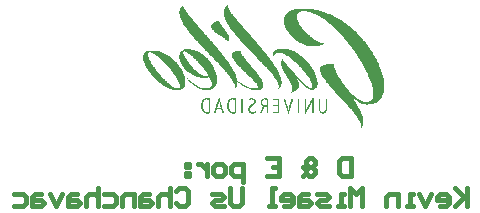
<source format=gbo>
G04*
G04 #@! TF.GenerationSoftware,Altium Limited,Altium Designer,25.5.2 (35)*
G04*
G04 Layer_Color=32896*
%FSLAX44Y44*%
%MOMM*%
G71*
G04*
G04 #@! TF.SameCoordinates,227BAF76-4A0D-4DC8-B4C5-2559F8F0295E*
G04*
G04*
G04 #@! TF.FilePolarity,Positive*
G04*
G01*
G75*
%ADD19C,0.3810*%
G36*
X554999Y714507D02*
X555386D01*
Y713733D01*
X555773D01*
Y712959D01*
X556160D01*
Y712572D01*
X556547D01*
Y712186D01*
X556934D01*
Y711412D01*
X557320D01*
Y711025D01*
X557707D01*
Y710252D01*
X558094D01*
Y709865D01*
X558481D01*
Y709478D01*
X558868D01*
Y708704D01*
X559254D01*
Y708317D01*
X559641D01*
Y707931D01*
X560028D01*
Y707157D01*
X560415D01*
Y706770D01*
X560802D01*
Y706383D01*
X561189D01*
Y705610D01*
X561575D01*
Y704836D01*
X561962D01*
Y704449D01*
X562349D01*
Y703676D01*
X562736D01*
Y702902D01*
X563123D01*
Y701741D01*
X563509D01*
Y698647D01*
X563123D01*
Y698260D01*
X562736D01*
Y697873D01*
X561962D01*
Y698647D01*
X561575D01*
Y699034D01*
X561189D01*
Y699420D01*
X560415D01*
Y699807D01*
X560028D01*
Y700194D01*
X559641D01*
Y700581D01*
X558868D01*
Y700968D01*
X558481D01*
Y701355D01*
X557707D01*
Y701741D01*
X557320D01*
Y702128D01*
X556547D01*
Y702515D01*
X555773D01*
Y702902D01*
X555386D01*
Y703289D01*
X554613D01*
Y703676D01*
X554226D01*
Y704062D01*
X553452D01*
Y704449D01*
X553065D01*
Y704836D01*
X552292D01*
Y705223D01*
X551905D01*
Y705610D01*
X551518D01*
Y705996D01*
X551131D01*
Y706383D01*
X550744D01*
Y706770D01*
X550357D01*
Y707157D01*
X549971D01*
Y707544D01*
X549584D01*
Y707931D01*
X549197D01*
Y708317D01*
X548810D01*
Y709091D01*
X548423D01*
Y709865D01*
X548036D01*
Y711412D01*
X548423D01*
Y712186D01*
X548810D01*
Y712572D01*
X549197D01*
Y712959D01*
X549584D01*
Y713346D01*
X549971D01*
Y713733D01*
X550744D01*
Y714120D01*
X551131D01*
Y714507D01*
X552292D01*
Y714893D01*
X553452D01*
Y715280D01*
X554613D01*
Y715667D01*
X554999D01*
Y714507D01*
D02*
G37*
G36*
X612249Y691297D02*
X614184D01*
Y690910D01*
X615344D01*
Y690524D01*
X616505D01*
Y690137D01*
X617278D01*
Y689750D01*
X618439D01*
Y689363D01*
X619212D01*
Y688976D01*
X619986D01*
Y688589D01*
X620373D01*
Y688203D01*
X621147D01*
Y687816D01*
X621920D01*
Y687429D01*
X622307D01*
Y687042D01*
X623081D01*
Y686655D01*
X623467D01*
Y686268D01*
X623854D01*
Y685882D01*
X624241D01*
Y685495D01*
X624628D01*
Y685108D01*
X625402D01*
Y684721D01*
X625788D01*
Y684334D01*
X626175D01*
Y683947D01*
X626562D01*
Y683561D01*
X626949D01*
Y683174D01*
X627336D01*
Y682787D01*
X627723D01*
Y682400D01*
X628109D01*
Y682013D01*
X628496D01*
Y681627D01*
X628883D01*
Y681240D01*
X629270D01*
Y680853D01*
X629657D01*
Y680466D01*
X630043D01*
Y680079D01*
X630430D01*
Y679305D01*
X630817D01*
Y678919D01*
X631204D01*
Y678532D01*
X631591D01*
Y678145D01*
X631978D01*
Y677371D01*
X632365D01*
Y676985D01*
X632751D01*
Y676211D01*
X633138D01*
Y675824D01*
X633525D01*
Y675050D01*
X633912D01*
Y674664D01*
X634299D01*
Y673890D01*
X634685D01*
Y673503D01*
X635072D01*
Y672343D01*
X635459D01*
Y671956D01*
X635846D01*
Y671182D01*
X636233D01*
Y670408D01*
X636620D01*
Y669248D01*
X637006D01*
Y668088D01*
X637393D01*
Y667314D01*
X637780D01*
Y666153D01*
X638167D01*
Y663832D01*
X638554D01*
Y660738D01*
X638167D01*
Y659191D01*
X637780D01*
Y658804D01*
X637393D01*
Y658417D01*
X637006D01*
Y658030D01*
X636620D01*
Y657643D01*
X636233D01*
Y657256D01*
X635459D01*
Y656870D01*
X632365D01*
Y657256D01*
X631204D01*
Y657643D01*
X630430D01*
Y658030D01*
X629657D01*
Y658417D01*
X629270D01*
Y658804D01*
X628883D01*
Y659191D01*
X628109D01*
Y659577D01*
X627723D01*
Y659964D01*
X627336D01*
Y660351D01*
X626949D01*
Y660738D01*
X626562D01*
Y661125D01*
X626175D01*
Y661512D01*
X625788D01*
Y661898D01*
X625015D01*
Y662285D01*
X624628D01*
Y663059D01*
X624241D01*
Y663446D01*
X623854D01*
Y663832D01*
X623467D01*
Y664219D01*
X623081D01*
Y664606D01*
X622694D01*
Y664993D01*
X622307D01*
Y665380D01*
X621920D01*
Y665767D01*
X621533D01*
Y666153D01*
X621147D01*
Y666540D01*
X620760D01*
Y665767D01*
X621147D01*
Y664993D01*
X621533D01*
Y664219D01*
X621920D01*
Y663446D01*
X622307D01*
Y662285D01*
X622694D01*
Y659577D01*
X622307D01*
Y658804D01*
X621920D01*
Y658030D01*
X621533D01*
Y657643D01*
X621147D01*
Y657256D01*
X620760D01*
Y656870D01*
X620373D01*
Y656483D01*
X619986D01*
Y656096D01*
X619599D01*
Y655709D01*
X618826D01*
Y655322D01*
X618052D01*
Y654936D01*
X616892D01*
Y654549D01*
X616118D01*
Y654936D01*
X616505D01*
Y655709D01*
X616892D01*
Y659577D01*
X616505D01*
Y661125D01*
X616118D01*
Y661898D01*
X615731D01*
Y662672D01*
X615344D01*
Y663446D01*
X614957D01*
Y664219D01*
X614571D01*
Y664993D01*
X614184D01*
Y665767D01*
X613797D01*
Y666153D01*
X613410D01*
Y666927D01*
X613023D01*
Y667314D01*
X612636D01*
Y668088D01*
X612249D01*
Y668861D01*
X611863D01*
Y669248D01*
X611476D01*
Y670022D01*
X611089D01*
Y670408D01*
X610702D01*
Y671182D01*
X610315D01*
Y671956D01*
X609929D01*
Y672729D01*
X609542D01*
Y673116D01*
X609155D01*
Y673890D01*
X608768D01*
Y674664D01*
X608381D01*
Y675824D01*
X607994D01*
Y676985D01*
X607608D01*
Y678532D01*
X607221D01*
Y680079D01*
X607608D01*
Y681627D01*
X607994D01*
Y682400D01*
X608381D01*
Y682787D01*
X608768D01*
Y683174D01*
X609155D01*
Y683561D01*
X609542D01*
Y681627D01*
X609929D01*
Y681240D01*
X610315D01*
Y680466D01*
X610702D01*
Y680079D01*
X611089D01*
Y679305D01*
X611476D01*
Y678919D01*
X611863D01*
Y678532D01*
X612249D01*
Y677758D01*
X612636D01*
Y677371D01*
X613023D01*
Y676985D01*
X613410D01*
Y676598D01*
X613797D01*
Y676211D01*
X614184D01*
Y675824D01*
X614571D01*
Y675437D01*
X614957D01*
Y675050D01*
X615344D01*
Y674664D01*
X615731D01*
Y674277D01*
X616118D01*
Y673890D01*
X616505D01*
Y673503D01*
X616892D01*
Y672729D01*
X617278D01*
Y672343D01*
X617665D01*
Y671956D01*
X618052D01*
Y671569D01*
X618439D01*
Y671182D01*
X618826D01*
Y670795D01*
X619212D01*
Y670022D01*
X619599D01*
Y669635D01*
X619986D01*
Y669248D01*
X620373D01*
Y668861D01*
X620760D01*
Y668474D01*
X621147D01*
Y668088D01*
X621533D01*
Y667701D01*
X621920D01*
Y667314D01*
X622307D01*
Y666927D01*
X622694D01*
Y666540D01*
X623081D01*
Y666153D01*
X623467D01*
Y665767D01*
X623854D01*
Y664993D01*
X624241D01*
Y664606D01*
X624628D01*
Y664219D01*
X625015D01*
Y663832D01*
X625402D01*
Y663446D01*
X626175D01*
Y663059D01*
X626562D01*
Y662672D01*
X626949D01*
Y662285D01*
X627336D01*
Y661898D01*
X627723D01*
Y661512D01*
X628109D01*
Y661125D01*
X628496D01*
Y660738D01*
X628883D01*
Y660351D01*
X629657D01*
Y659964D01*
X630043D01*
Y659577D01*
X630430D01*
Y659191D01*
X631204D01*
Y658804D01*
X631978D01*
Y658417D01*
X633138D01*
Y658804D01*
X633525D01*
Y659191D01*
X633912D01*
Y661512D01*
X633525D01*
Y662672D01*
X633138D01*
Y663446D01*
X632751D01*
Y664219D01*
X632365D01*
Y664993D01*
X631978D01*
Y665767D01*
X631591D01*
Y666540D01*
X631204D01*
Y666927D01*
X630817D01*
Y667701D01*
X630430D01*
Y668088D01*
X630043D01*
Y668861D01*
X629657D01*
Y669248D01*
X629270D01*
Y669635D01*
X628883D01*
Y670408D01*
X628496D01*
Y670795D01*
X628109D01*
Y671182D01*
X627723D01*
Y671956D01*
X627336D01*
Y672343D01*
X626949D01*
Y672729D01*
X626562D01*
Y673116D01*
X626175D01*
Y673503D01*
X625788D01*
Y673890D01*
X625402D01*
Y674664D01*
X625015D01*
Y675050D01*
X624628D01*
Y675437D01*
X624241D01*
Y675824D01*
X623854D01*
Y676211D01*
X623467D01*
Y676598D01*
X623081D01*
Y676985D01*
X622694D01*
Y677371D01*
X622307D01*
Y677758D01*
X621920D01*
Y678145D01*
X621533D01*
Y678532D01*
X621147D01*
Y678919D01*
X620760D01*
Y679305D01*
X620373D01*
Y679692D01*
X619986D01*
Y680079D01*
X619599D01*
Y680466D01*
X619212D01*
Y680853D01*
X618826D01*
Y681240D01*
X618052D01*
Y681627D01*
X617665D01*
Y682013D01*
X617278D01*
Y682400D01*
X616892D01*
Y682787D01*
X616505D01*
Y683174D01*
X615731D01*
Y683561D01*
X615344D01*
Y683947D01*
X614957D01*
Y684334D01*
X614184D01*
Y684721D01*
X613797D01*
Y685108D01*
X613023D01*
Y685495D01*
X612636D01*
Y685882D01*
X611863D01*
Y686268D01*
X611476D01*
Y686655D01*
X610702D01*
Y687042D01*
X609542D01*
Y687429D01*
X608768D01*
Y687816D01*
X607994D01*
Y688203D01*
X603739D01*
Y687816D01*
X602966D01*
Y687429D01*
X602579D01*
Y687042D01*
X602192D01*
Y686268D01*
X601805D01*
Y684334D01*
X601418D01*
Y685108D01*
X601032D01*
Y688976D01*
X601418D01*
Y689363D01*
X601805D01*
Y689750D01*
X602192D01*
Y690137D01*
X602579D01*
Y690524D01*
X602966D01*
Y690910D01*
X603739D01*
Y691297D01*
X605287D01*
Y691684D01*
X612249D01*
Y691297D01*
D02*
G37*
G36*
X531403Y690910D02*
X533337D01*
Y690524D01*
X534498D01*
Y690137D01*
X535658D01*
Y689750D01*
X536432D01*
Y689363D01*
X537205D01*
Y688976D01*
X537979D01*
Y688589D01*
X538753D01*
Y688203D01*
X539526D01*
Y687816D01*
X539913D01*
Y687429D01*
X540687D01*
Y687042D01*
X541074D01*
Y686655D01*
X541847D01*
Y686268D01*
X542234D01*
Y685882D01*
X542621D01*
Y685495D01*
X543008D01*
Y685108D01*
X543395D01*
Y684721D01*
X543781D01*
Y684334D01*
X544168D01*
Y683947D01*
X544555D01*
Y683561D01*
X545329D01*
Y683174D01*
X545715D01*
Y682400D01*
X546102D01*
Y682013D01*
X546489D01*
Y681627D01*
X546876D01*
Y681240D01*
X547263D01*
Y680466D01*
X547650D01*
Y680079D01*
X548036D01*
Y679305D01*
X548423D01*
Y678919D01*
X548810D01*
Y678532D01*
X549197D01*
Y677758D01*
X549584D01*
Y676985D01*
X549971D01*
Y676211D01*
X550357D01*
Y675437D01*
X550744D01*
Y675050D01*
X551131D01*
Y673890D01*
X551518D01*
Y673116D01*
X551905D01*
Y671956D01*
X552292D01*
Y670795D01*
X552678D01*
Y669635D01*
X553065D01*
Y666540D01*
X553452D01*
Y664219D01*
X553065D01*
Y661898D01*
X552678D01*
Y661125D01*
X552292D01*
Y660351D01*
X551905D01*
Y659577D01*
X551518D01*
Y659191D01*
X551131D01*
Y658804D01*
X550744D01*
Y658417D01*
X550357D01*
Y658030D01*
X549971D01*
Y657643D01*
X549197D01*
Y657256D01*
X548423D01*
Y656870D01*
X546876D01*
Y656483D01*
X542234D01*
Y656870D01*
X540687D01*
Y657256D01*
X539526D01*
Y657643D01*
X538366D01*
Y658030D01*
X537592D01*
Y658417D01*
X537205D01*
Y658804D01*
X536432D01*
Y659191D01*
X535658D01*
Y659577D01*
X535271D01*
Y659964D01*
X534498D01*
Y660351D01*
X534111D01*
Y660738D01*
X533724D01*
Y661125D01*
X532950D01*
Y661512D01*
X532564D01*
Y661898D01*
X532177D01*
Y662285D01*
X531790D01*
Y662672D01*
X531403D01*
Y663059D01*
X530629D01*
Y663446D01*
X530243D01*
Y663832D01*
X529856D01*
Y664219D01*
X529469D01*
Y664606D01*
X529082D01*
Y664993D01*
X528695D01*
Y665380D01*
X528308D01*
Y665767D01*
X527921D01*
Y666540D01*
X527535D01*
Y666927D01*
X527921D01*
Y666540D01*
X528308D01*
Y666153D01*
X528695D01*
Y665767D01*
X529082D01*
Y665380D01*
X529469D01*
Y664993D01*
X530243D01*
Y664606D01*
X530629D01*
Y664219D01*
X531016D01*
Y663832D01*
X531790D01*
Y663446D01*
X532177D01*
Y663059D01*
X532564D01*
Y662672D01*
X532950D01*
Y662285D01*
X533724D01*
Y661898D01*
X534498D01*
Y661512D01*
X534884D01*
Y661125D01*
X535271D01*
Y660738D01*
X536045D01*
Y660351D01*
X536819D01*
Y659964D01*
X537592D01*
Y659577D01*
X538366D01*
Y659191D01*
X539140D01*
Y658804D01*
X539913D01*
Y658417D01*
X541460D01*
Y658030D01*
X546102D01*
Y658417D01*
X547263D01*
Y658804D01*
X547650D01*
Y659191D01*
X548036D01*
Y659577D01*
X548423D01*
Y660351D01*
X548810D01*
Y663446D01*
X548423D01*
Y664606D01*
X548036D01*
Y665380D01*
X547650D01*
Y666153D01*
X547263D01*
Y667314D01*
X546876D01*
Y667701D01*
X545329D01*
Y667314D01*
X538753D01*
Y667701D01*
X536819D01*
Y668088D01*
X535658D01*
Y668474D01*
X534884D01*
Y668861D01*
X533724D01*
Y669248D01*
X532950D01*
Y669635D01*
X532177D01*
Y670022D01*
X531403D01*
Y670408D01*
X531016D01*
Y670795D01*
X530243D01*
Y671182D01*
X529469D01*
Y671569D01*
X529082D01*
Y671956D01*
X528695D01*
Y672343D01*
X527921D01*
Y672729D01*
X527535D01*
Y673116D01*
X527148D01*
Y673503D01*
X526761D01*
Y673890D01*
X526374D01*
Y674277D01*
X525987D01*
Y674664D01*
X525601D01*
Y675437D01*
X525214D01*
Y675824D01*
X524827D01*
Y676211D01*
X524440D01*
Y676598D01*
X524053D01*
Y677371D01*
X523666D01*
Y678145D01*
X523280D01*
Y678532D01*
X522893D01*
Y679305D01*
X522506D01*
Y680079D01*
X522119D01*
Y681240D01*
X521732D01*
Y683174D01*
X521345D01*
Y686655D01*
X521732D01*
Y687816D01*
X522119D01*
Y688976D01*
X522506D01*
Y689363D01*
X522893D01*
Y689750D01*
X523280D01*
Y690137D01*
X524053D01*
Y690524D01*
X524440D01*
Y690910D01*
X525601D01*
Y691297D01*
X531403D01*
Y690910D01*
D02*
G37*
G36*
X562349Y726885D02*
X562736D01*
Y726111D01*
X563123D01*
Y724951D01*
X563509D01*
Y724564D01*
X563896D01*
Y723791D01*
X564283D01*
Y723404D01*
X564670D01*
Y722630D01*
X565057D01*
Y722243D01*
X565444D01*
Y721469D01*
X565830D01*
Y721083D01*
X566217D01*
Y720696D01*
X566604D01*
Y719922D01*
X566991D01*
Y719535D01*
X567378D01*
Y719149D01*
X567765D01*
Y718762D01*
X568151D01*
Y718375D01*
X568538D01*
Y717601D01*
X568925D01*
Y717214D01*
X569312D01*
Y716828D01*
X569699D01*
Y716441D01*
X570085D01*
Y716054D01*
X570472D01*
Y715280D01*
X570859D01*
Y714893D01*
X571246D01*
Y714507D01*
X571633D01*
Y714120D01*
X572020D01*
Y713733D01*
X572407D01*
Y712959D01*
X572793D01*
Y712572D01*
X573180D01*
Y712186D01*
X573567D01*
Y711799D01*
X573954D01*
Y711412D01*
X574341D01*
Y711025D01*
X574728D01*
Y710638D01*
X575114D01*
Y710252D01*
X575501D01*
Y709478D01*
X575888D01*
Y709091D01*
X576275D01*
Y708704D01*
X576662D01*
Y708317D01*
X577048D01*
Y707931D01*
X577435D01*
Y707544D01*
X577822D01*
Y707157D01*
X578209D01*
Y706383D01*
X578596D01*
Y705996D01*
X578983D01*
Y705610D01*
X579369D01*
Y705223D01*
X579756D01*
Y704836D01*
X580143D01*
Y704449D01*
X580530D01*
Y704062D01*
X580917D01*
Y703676D01*
X581303D01*
Y702902D01*
X581690D01*
Y702515D01*
X582077D01*
Y702128D01*
X582464D01*
Y701741D01*
X582851D01*
Y701355D01*
X583238D01*
Y700968D01*
X583624D01*
Y700581D01*
X584011D01*
Y700194D01*
X584398D01*
Y699420D01*
X584785D01*
Y699034D01*
X585172D01*
Y698647D01*
X585559D01*
Y698260D01*
X585945D01*
Y697873D01*
X586332D01*
Y697486D01*
X586719D01*
Y696713D01*
X587106D01*
Y696326D01*
X587493D01*
Y695939D01*
X587879D01*
Y695552D01*
X588266D01*
Y695165D01*
X588653D01*
Y694779D01*
X589040D01*
Y694005D01*
X589427D01*
Y693618D01*
X589814D01*
Y693231D01*
X590201D01*
Y692844D01*
X590587D01*
Y692071D01*
X590974D01*
Y691684D01*
X591361D01*
Y691297D01*
X591748D01*
Y690910D01*
X592135D01*
Y690524D01*
X592521D01*
Y689750D01*
X592908D01*
Y689363D01*
X593295D01*
Y688976D01*
X593682D01*
Y688589D01*
X594069D01*
Y688203D01*
X594456D01*
Y687429D01*
X594842D01*
Y687042D01*
X595229D01*
Y686655D01*
X595616D01*
Y686268D01*
X596003D01*
Y685495D01*
X596390D01*
Y685108D01*
X596777D01*
Y684721D01*
X597163D01*
Y683947D01*
X597550D01*
Y683561D01*
X597937D01*
Y683174D01*
X598324D01*
Y682400D01*
X598711D01*
Y682013D01*
X599098D01*
Y681627D01*
X599484D01*
Y680853D01*
X599871D01*
Y680466D01*
X600258D01*
Y679692D01*
X600645D01*
Y679305D01*
X601032D01*
Y678532D01*
X601418D01*
Y678145D01*
X601805D01*
Y677371D01*
X602192D01*
Y676985D01*
X602579D01*
Y676211D01*
X602966D01*
Y675824D01*
X603353D01*
Y675050D01*
X603739D01*
Y674277D01*
X604126D01*
Y673503D01*
X604513D01*
Y673116D01*
X604900D01*
Y672343D01*
X605287D01*
Y671569D01*
X605673D01*
Y670408D01*
X606060D01*
Y669635D01*
X606447D01*
Y668861D01*
X606834D01*
Y667701D01*
X607221D01*
Y666540D01*
X607608D01*
Y664219D01*
X607994D01*
Y661898D01*
X607608D01*
Y659964D01*
X607221D01*
Y659191D01*
X606834D01*
Y658417D01*
X606447D01*
Y658030D01*
X606060D01*
Y657643D01*
X605673D01*
Y657256D01*
X605287D01*
Y658030D01*
X605673D01*
Y660738D01*
X605287D01*
Y661898D01*
X604900D01*
Y663059D01*
X604513D01*
Y663832D01*
X604126D01*
Y664219D01*
X603739D01*
Y664993D01*
X603353D01*
Y665767D01*
X602966D01*
Y666153D01*
X602579D01*
Y666927D01*
X602192D01*
Y667314D01*
X601805D01*
Y667701D01*
X601418D01*
Y668474D01*
X601032D01*
Y668861D01*
X600645D01*
Y669248D01*
X600258D01*
Y670022D01*
X599871D01*
Y670408D01*
X599484D01*
Y670795D01*
X599098D01*
Y671182D01*
X598711D01*
Y671956D01*
X598324D01*
Y672343D01*
X597937D01*
Y672729D01*
X597550D01*
Y673116D01*
X597163D01*
Y673503D01*
X596777D01*
Y673890D01*
X596390D01*
Y674277D01*
X596003D01*
Y674664D01*
X595616D01*
Y675437D01*
X595229D01*
Y675824D01*
X594842D01*
Y676211D01*
X594456D01*
Y676598D01*
X594069D01*
Y676985D01*
X593682D01*
Y677371D01*
X593295D01*
Y677758D01*
X592908D01*
Y678145D01*
X592521D01*
Y678532D01*
X592135D01*
Y678919D01*
X591748D01*
Y679305D01*
X591361D01*
Y679692D01*
X590974D01*
Y680079D01*
X590587D01*
Y680466D01*
X590201D01*
Y680853D01*
X589814D01*
Y681240D01*
X589427D01*
Y681627D01*
X589040D01*
Y682400D01*
X588266D01*
Y682787D01*
X587879D01*
Y683174D01*
X587493D01*
Y683947D01*
X587106D01*
Y684334D01*
X586719D01*
Y684721D01*
X585945D01*
Y685108D01*
X585559D01*
Y685882D01*
X585172D01*
Y686268D01*
X584785D01*
Y686655D01*
X584398D01*
Y687042D01*
X584011D01*
Y687429D01*
X583624D01*
Y687816D01*
X583238D01*
Y688203D01*
X582851D01*
Y688589D01*
X582464D01*
Y688976D01*
X582077D01*
Y689363D01*
X581690D01*
Y689750D01*
X581303D01*
Y690137D01*
X580917D01*
Y690524D01*
X580530D01*
Y690910D01*
X580143D01*
Y691297D01*
X579756D01*
Y691684D01*
X579369D01*
Y692071D01*
X578983D01*
Y692458D01*
X578596D01*
Y692844D01*
X578209D01*
Y693231D01*
X577822D01*
Y694005D01*
X577435D01*
Y694392D01*
X577048D01*
Y694779D01*
X576275D01*
Y695552D01*
X575888D01*
Y695939D01*
X575501D01*
Y696326D01*
X575114D01*
Y696713D01*
X574728D01*
Y697100D01*
X574341D01*
Y697486D01*
X573954D01*
Y697873D01*
X573567D01*
Y698647D01*
X572793D01*
Y699420D01*
X572407D01*
Y699807D01*
X572020D01*
Y700194D01*
X571633D01*
Y700581D01*
X571246D01*
Y700968D01*
X570859D01*
Y701355D01*
X570472D01*
Y702128D01*
X570085D01*
Y702515D01*
X569699D01*
Y702902D01*
X569312D01*
Y703289D01*
X568925D01*
Y703676D01*
X568538D01*
Y704449D01*
X568151D01*
Y704836D01*
X567765D01*
Y705223D01*
X567378D01*
Y705610D01*
X566991D01*
Y705996D01*
X566604D01*
Y706770D01*
X566217D01*
Y707157D01*
X565830D01*
Y707931D01*
X565444D01*
Y708317D01*
X565057D01*
Y708704D01*
X564670D01*
Y709091D01*
X564283D01*
Y709865D01*
X563896D01*
Y710252D01*
X563509D01*
Y711025D01*
X563123D01*
Y711412D01*
X562736D01*
Y712186D01*
X562349D01*
Y712959D01*
X561962D01*
Y713346D01*
X561575D01*
Y714120D01*
X561189D01*
Y714893D01*
X560802D01*
Y715667D01*
X560415D01*
Y716441D01*
X560028D01*
Y717601D01*
X559641D01*
Y718375D01*
X559254D01*
Y719922D01*
X558868D01*
Y724564D01*
X559254D01*
Y725338D01*
X559641D01*
Y726111D01*
X560028D01*
Y726498D01*
X560415D01*
Y727272D01*
X560802D01*
Y727659D01*
X561575D01*
Y728046D01*
X561962D01*
Y728432D01*
X562349D01*
Y726885D01*
D02*
G37*
G36*
X568151Y657256D02*
X567765D01*
Y657643D01*
X568151D01*
Y657256D01*
D02*
G37*
G36*
X524827Y727272D02*
X525214D01*
Y726111D01*
X525601D01*
Y725338D01*
X525987D01*
Y724564D01*
X526374D01*
Y724177D01*
X526761D01*
Y723404D01*
X527148D01*
Y723017D01*
X527535D01*
Y722243D01*
X527921D01*
Y721856D01*
X528308D01*
Y721469D01*
X528695D01*
Y720696D01*
X529082D01*
Y720309D01*
X529469D01*
Y719922D01*
X529856D01*
Y719149D01*
X530243D01*
Y718762D01*
X530629D01*
Y718375D01*
X531016D01*
Y717988D01*
X531403D01*
Y717601D01*
X531790D01*
Y716828D01*
X532177D01*
Y716441D01*
X532564D01*
Y716054D01*
X532950D01*
Y715667D01*
X533337D01*
Y715280D01*
X533724D01*
Y714507D01*
X534111D01*
Y714120D01*
X534498D01*
Y713733D01*
X534884D01*
Y713346D01*
X535271D01*
Y712959D01*
X535658D01*
Y712572D01*
X536045D01*
Y711799D01*
X536432D01*
Y711412D01*
X536819D01*
Y711025D01*
X537205D01*
Y710638D01*
X537592D01*
Y710252D01*
X537979D01*
Y709865D01*
X538366D01*
Y709478D01*
X538753D01*
Y708704D01*
X539140D01*
Y708317D01*
X539526D01*
Y707931D01*
X539913D01*
Y707544D01*
X540300D01*
Y707157D01*
X540687D01*
Y706770D01*
X541074D01*
Y706383D01*
X541460D01*
Y705996D01*
X541847D01*
Y705223D01*
X542234D01*
Y704836D01*
X542621D01*
Y704449D01*
X543008D01*
Y704062D01*
X543395D01*
Y703676D01*
X543781D01*
Y703289D01*
X544168D01*
Y702902D01*
X544555D01*
Y702515D01*
X544942D01*
Y701741D01*
X545329D01*
Y701355D01*
X545715D01*
Y700968D01*
X546102D01*
Y700581D01*
X546489D01*
Y700194D01*
X546876D01*
Y699807D01*
X547263D01*
Y699420D01*
X547650D01*
Y698647D01*
X548036D01*
Y698260D01*
X548423D01*
Y697873D01*
X548810D01*
Y697486D01*
X549197D01*
Y697100D01*
X549584D01*
Y696713D01*
X549971D01*
Y695939D01*
X550357D01*
Y695552D01*
X550744D01*
Y695165D01*
X551131D01*
Y694779D01*
X551518D01*
Y694392D01*
X551905D01*
Y694005D01*
X552292D01*
Y693231D01*
X552678D01*
Y692844D01*
X553065D01*
Y692458D01*
X553452D01*
Y692071D01*
X553839D01*
Y691684D01*
X554226D01*
Y690910D01*
X554613D01*
Y690524D01*
X554999D01*
Y690137D01*
X555386D01*
Y689750D01*
X555773D01*
Y688976D01*
X556160D01*
Y688589D01*
X556547D01*
Y688203D01*
X556934D01*
Y687816D01*
X557320D01*
Y687042D01*
X557707D01*
Y686655D01*
X558094D01*
Y686268D01*
X558481D01*
Y685882D01*
X558868D01*
Y685108D01*
X559254D01*
Y684721D01*
X559641D01*
Y684334D01*
X560028D01*
Y683561D01*
X560415D01*
Y683174D01*
X560802D01*
Y682787D01*
X561189D01*
Y682013D01*
X561575D01*
Y681627D01*
X561962D01*
Y681240D01*
X562349D01*
Y680466D01*
X562736D01*
Y680079D01*
X563123D01*
Y679305D01*
X563509D01*
Y678919D01*
X563896D01*
Y678145D01*
X564283D01*
Y677758D01*
X564670D01*
Y676985D01*
X565057D01*
Y676598D01*
X565444D01*
Y675824D01*
X565830D01*
Y675050D01*
X566217D01*
Y674664D01*
X566604D01*
Y673890D01*
X566991D01*
Y673116D01*
X567378D01*
Y672343D01*
X567765D01*
Y671569D01*
X568151D01*
Y671182D01*
X568538D01*
Y670022D01*
X568925D01*
Y668861D01*
X569312D01*
Y667701D01*
X569699D01*
Y666927D01*
X570085D01*
Y665380D01*
X570472D01*
Y664219D01*
X570859D01*
Y663832D01*
X571633D01*
Y663446D01*
X572407D01*
Y663059D01*
X572793D01*
Y662672D01*
X573567D01*
Y662285D01*
X574341D01*
Y661898D01*
X574728D01*
Y661512D01*
X575501D01*
Y661125D01*
X576275D01*
Y660738D01*
X576662D01*
Y660351D01*
X577822D01*
Y659964D01*
X578596D01*
Y659577D01*
X579369D01*
Y659191D01*
X580143D01*
Y658804D01*
X581303D01*
Y658417D01*
X582851D01*
Y658030D01*
X587106D01*
Y658417D01*
X587493D01*
Y658804D01*
X587879D01*
Y660351D01*
X587493D01*
Y661125D01*
X587106D01*
Y661512D01*
X586719D01*
Y662285D01*
X586332D01*
Y662672D01*
X585945D01*
Y663059D01*
X585559D01*
Y663446D01*
X585172D01*
Y663832D01*
X584785D01*
Y664606D01*
X584011D01*
Y665380D01*
X583624D01*
Y665767D01*
X583238D01*
Y666153D01*
X582851D01*
Y666540D01*
X582077D01*
Y667314D01*
X581690D01*
Y667701D01*
X580917D01*
Y668088D01*
X580530D01*
Y668474D01*
X580143D01*
Y668861D01*
X579756D01*
Y669248D01*
X579369D01*
Y669635D01*
X578983D01*
Y670022D01*
X578596D01*
Y670408D01*
X578209D01*
Y670795D01*
X577822D01*
Y671182D01*
X577435D01*
Y671569D01*
X577048D01*
Y671956D01*
X576662D01*
Y672343D01*
X576275D01*
Y672729D01*
X575888D01*
Y673116D01*
X575501D01*
Y673503D01*
X575114D01*
Y673890D01*
X574728D01*
Y674277D01*
X574341D01*
Y674664D01*
X573954D01*
Y675050D01*
X573567D01*
Y675437D01*
X573180D01*
Y675824D01*
X572793D01*
Y676211D01*
X572407D01*
Y676598D01*
X572020D01*
Y676985D01*
X571633D01*
Y677371D01*
X571246D01*
Y677758D01*
X570859D01*
Y678145D01*
X570472D01*
Y678532D01*
X570085D01*
Y678919D01*
X569699D01*
Y679305D01*
X569312D01*
Y680079D01*
X568925D01*
Y680466D01*
X568538D01*
Y680853D01*
X568151D01*
Y681627D01*
X567765D01*
Y682013D01*
X567378D01*
Y682787D01*
X566991D01*
Y683174D01*
X566604D01*
Y683947D01*
X566217D01*
Y685495D01*
X565830D01*
Y686655D01*
X566217D01*
Y687816D01*
X566604D01*
Y688203D01*
X566991D01*
Y688589D01*
X567378D01*
Y688976D01*
X568151D01*
Y689363D01*
X569699D01*
Y689750D01*
X573180D01*
Y690137D01*
X573567D01*
Y689363D01*
X573180D01*
Y688976D01*
X573567D01*
Y687816D01*
X573954D01*
Y687042D01*
X574341D01*
Y686655D01*
X574728D01*
Y685882D01*
X575114D01*
Y685495D01*
X575501D01*
Y685108D01*
X575888D01*
Y684334D01*
X576275D01*
Y683947D01*
X576662D01*
Y683174D01*
X577048D01*
Y682787D01*
X577435D01*
Y682400D01*
X577822D01*
Y682013D01*
X578209D01*
Y681627D01*
X578596D01*
Y681240D01*
X578983D01*
Y680466D01*
X579369D01*
Y680079D01*
X579756D01*
Y679692D01*
X580143D01*
Y679305D01*
X580530D01*
Y678919D01*
X580917D01*
Y678145D01*
X581303D01*
Y677758D01*
X581690D01*
Y677371D01*
X582077D01*
Y676985D01*
X582464D01*
Y676598D01*
X582851D01*
Y676211D01*
X583238D01*
Y675437D01*
X583624D01*
Y675050D01*
X584011D01*
Y674664D01*
X584398D01*
Y674277D01*
X584785D01*
Y673503D01*
X585172D01*
Y673116D01*
X585559D01*
Y672729D01*
X585945D01*
Y672343D01*
X586332D01*
Y671569D01*
X586719D01*
Y671182D01*
X587106D01*
Y670795D01*
X587493D01*
Y670408D01*
X587879D01*
Y669635D01*
X588266D01*
Y669248D01*
X588653D01*
Y668474D01*
X589040D01*
Y668088D01*
X589427D01*
Y667701D01*
X589814D01*
Y666927D01*
X590201D01*
Y666153D01*
X590587D01*
Y665767D01*
X590974D01*
Y664993D01*
X591361D01*
Y664219D01*
X591748D01*
Y663446D01*
X592135D01*
Y661898D01*
X592521D01*
Y658804D01*
X592135D01*
Y658030D01*
X591748D01*
Y657643D01*
X590974D01*
Y657256D01*
X590201D01*
Y656870D01*
X588653D01*
Y656483D01*
X584011D01*
Y656870D01*
X582464D01*
Y657256D01*
X581303D01*
Y657643D01*
X580143D01*
Y658030D01*
X578983D01*
Y658417D01*
X578209D01*
Y658804D01*
X577435D01*
Y659191D01*
X576662D01*
Y659577D01*
X575888D01*
Y659964D01*
X575501D01*
Y660351D01*
X574728D01*
Y660738D01*
X574341D01*
Y661125D01*
X573567D01*
Y661512D01*
X573180D01*
Y661898D01*
X572407D01*
Y662285D01*
X572020D01*
Y662672D01*
X571633D01*
Y663059D01*
X570859D01*
Y663446D01*
X570472D01*
Y660738D01*
X570085D01*
Y659577D01*
X569699D01*
Y658804D01*
X569312D01*
Y658417D01*
X568925D01*
Y658030D01*
X568538D01*
Y657643D01*
X568151D01*
Y659191D01*
X568538D01*
Y659577D01*
X568151D01*
Y661512D01*
X567765D01*
Y662285D01*
X567378D01*
Y663059D01*
X566991D01*
Y663832D01*
X566604D01*
Y664606D01*
X566217D01*
Y665380D01*
X565830D01*
Y665767D01*
X565444D01*
Y666540D01*
X565057D01*
Y666927D01*
X564670D01*
Y667701D01*
X564283D01*
Y668088D01*
X563896D01*
Y668474D01*
X563509D01*
Y669248D01*
X563123D01*
Y669635D01*
X562736D01*
Y670022D01*
X562349D01*
Y670408D01*
X561962D01*
Y671182D01*
X561575D01*
Y671569D01*
X561189D01*
Y671956D01*
X560802D01*
Y672343D01*
X560415D01*
Y672729D01*
X560028D01*
Y673116D01*
X559641D01*
Y673503D01*
X559254D01*
Y673890D01*
X558868D01*
Y674664D01*
X558481D01*
Y675050D01*
X558094D01*
Y675437D01*
X557707D01*
Y675824D01*
X557320D01*
Y676211D01*
X556934D01*
Y676598D01*
X556547D01*
Y676985D01*
X556160D01*
Y677371D01*
X555773D01*
Y677758D01*
X555386D01*
Y678145D01*
X554999D01*
Y678532D01*
Y678919D01*
X554613D01*
Y679305D01*
X554226D01*
Y679692D01*
X553839D01*
Y680079D01*
X553065D01*
Y680853D01*
X552678D01*
Y681240D01*
X552292D01*
Y681627D01*
X551905D01*
Y682013D01*
X551518D01*
Y682400D01*
X551131D01*
Y682787D01*
X550744D01*
Y683174D01*
X550357D01*
Y683561D01*
X549971D01*
Y683947D01*
X549584D01*
Y684334D01*
X549197D01*
Y684721D01*
X548810D01*
Y685108D01*
X548423D01*
Y685495D01*
X548036D01*
Y685882D01*
X547650D01*
Y686268D01*
X547263D01*
Y686655D01*
X546876D01*
Y687042D01*
X546489D01*
Y687429D01*
X546102D01*
Y687816D01*
X545715D01*
Y688203D01*
X545329D01*
Y688589D01*
X544942D01*
Y688976D01*
X544555D01*
Y689750D01*
X543781D01*
Y690137D01*
X543395D01*
Y690524D01*
X543008D01*
Y691297D01*
X542621D01*
Y691684D01*
X542234D01*
Y692071D01*
X541847D01*
Y692458D01*
X541460D01*
Y692844D01*
X541074D01*
Y693231D01*
X540687D01*
Y693618D01*
X540300D01*
Y694005D01*
X539913D01*
Y694392D01*
X539526D01*
Y694779D01*
X539140D01*
Y695165D01*
X538753D01*
Y695552D01*
X538366D01*
Y695939D01*
X537979D01*
Y696326D01*
X537592D01*
Y696713D01*
X537205D01*
Y697100D01*
X536819D01*
Y697873D01*
X536432D01*
Y698260D01*
X536045D01*
Y698647D01*
X535658D01*
Y699034D01*
X535271D01*
Y699420D01*
X534884D01*
Y699807D01*
X534498D01*
Y700194D01*
X534111D01*
Y700581D01*
X533724D01*
Y701355D01*
X533337D01*
Y701741D01*
X532950D01*
Y702128D01*
X532564D01*
Y702515D01*
X532177D01*
Y702902D01*
X531790D01*
Y703289D01*
X531403D01*
Y704062D01*
X531016D01*
Y704449D01*
X530629D01*
Y704836D01*
X530243D01*
Y705223D01*
X529856D01*
Y705996D01*
X529469D01*
Y706383D01*
X529082D01*
Y706770D01*
X528695D01*
Y707544D01*
X528308D01*
Y707931D01*
X527921D01*
Y708317D01*
X527535D01*
Y709091D01*
X527148D01*
Y709478D01*
X526761D01*
Y709865D01*
X526374D01*
Y710638D01*
X525987D01*
Y711025D01*
X525601D01*
Y711799D01*
X525214D01*
Y712186D01*
X524827D01*
Y712959D01*
X524440D01*
Y713733D01*
X524053D01*
Y714120D01*
X523666D01*
Y715280D01*
X523280D01*
Y716054D01*
X522893D01*
Y716828D01*
X522506D01*
Y717601D01*
X522119D01*
Y718762D01*
X521732D01*
Y721083D01*
X521345D01*
Y723404D01*
X521732D01*
Y725338D01*
X522119D01*
Y726111D01*
X522506D01*
Y726498D01*
X522893D01*
Y726885D01*
X523280D01*
Y727272D01*
X523666D01*
Y727659D01*
X524053D01*
Y728046D01*
X524440D01*
Y728432D01*
X524827D01*
Y727272D01*
D02*
G37*
G36*
X500070Y689750D02*
X502778D01*
Y689363D01*
X504712D01*
Y688976D01*
X505872D01*
Y688589D01*
X506646D01*
Y688203D01*
X507807D01*
Y687816D01*
X508580D01*
Y687429D01*
X509354D01*
Y687042D01*
X510128D01*
Y686655D01*
X510901D01*
Y686268D01*
X511675D01*
Y685882D01*
X512062D01*
Y685495D01*
X512835D01*
Y685108D01*
X513222D01*
Y684721D01*
X513609D01*
Y684334D01*
X514383D01*
Y683947D01*
X514770D01*
Y683561D01*
X515156D01*
Y683174D01*
X515930D01*
Y682787D01*
X516317D01*
Y682400D01*
X516704D01*
Y682013D01*
X517090D01*
Y681627D01*
X517477D01*
Y681240D01*
X517864D01*
Y680853D01*
X518251D01*
Y680466D01*
X518638D01*
Y680079D01*
X519025D01*
Y679692D01*
X519411D01*
Y679305D01*
X519798D01*
Y678532D01*
X520185D01*
Y678145D01*
X520572D01*
Y677758D01*
X520959D01*
Y676985D01*
X521345D01*
Y676598D01*
X521732D01*
Y676211D01*
X522119D01*
Y675437D01*
X522506D01*
Y674664D01*
X522893D01*
Y674277D01*
X523280D01*
Y673503D01*
X523666D01*
Y672729D01*
X524053D01*
Y672343D01*
X524440D01*
Y671182D01*
X524827D01*
Y670408D01*
X525214D01*
Y669635D01*
X525601D01*
Y668474D01*
X525987D01*
Y666927D01*
X526374D01*
Y660738D01*
X525987D01*
Y659577D01*
X525601D01*
Y659191D01*
X525214D01*
Y658417D01*
X524827D01*
Y658030D01*
X524440D01*
Y657643D01*
X523666D01*
Y657256D01*
X522893D01*
Y656870D01*
X522119D01*
Y656483D01*
X519411D01*
Y656096D01*
X519025D01*
Y656483D01*
X516317D01*
Y656870D01*
X515156D01*
Y657256D01*
X513996D01*
Y657643D01*
X512449D01*
Y658030D01*
X511675D01*
Y658417D01*
X510901D01*
Y658804D01*
X510514D01*
Y659191D01*
X509741D01*
Y659577D01*
X508967D01*
Y659964D01*
X508193D01*
Y660351D01*
X507807D01*
Y660738D01*
X507420D01*
Y661125D01*
X506646D01*
Y661512D01*
X506259D01*
Y661898D01*
X505486D01*
Y662285D01*
X505099D01*
Y662672D01*
X504712D01*
Y663059D01*
X504325D01*
Y663446D01*
X503938D01*
Y663832D01*
X503165D01*
Y664219D01*
X502778D01*
Y664606D01*
X502391D01*
Y664993D01*
X502004D01*
Y665380D01*
X501617D01*
Y665767D01*
X501231D01*
Y666153D01*
X500844D01*
Y666540D01*
X500457D01*
Y666927D01*
X500070D01*
Y667314D01*
X499683D01*
Y667701D01*
X499296D01*
Y668088D01*
X498910D01*
Y668474D01*
X498523D01*
Y669248D01*
X498136D01*
Y669635D01*
X497749D01*
Y670022D01*
X497362D01*
Y670408D01*
X496976D01*
Y670795D01*
X496589D01*
Y671569D01*
X496202D01*
Y671956D01*
X495815D01*
Y672729D01*
X495428D01*
Y673116D01*
X495041D01*
Y673503D01*
X494655D01*
Y674277D01*
X494268D01*
Y675050D01*
X493881D01*
Y675437D01*
X493494D01*
Y676211D01*
X493107D01*
Y676985D01*
X492720D01*
Y677758D01*
X492334D01*
Y678532D01*
X491947D01*
Y679305D01*
X491560D01*
Y680466D01*
X491173D01*
Y681627D01*
X490786D01*
Y686268D01*
X491173D01*
Y687429D01*
X491560D01*
Y687816D01*
X491947D01*
Y688203D01*
X492334D01*
Y688589D01*
X492720D01*
Y688976D01*
X493107D01*
Y689363D01*
X494268D01*
Y689750D01*
X495815D01*
Y690137D01*
X500070D01*
Y689750D01*
D02*
G37*
G36*
X630043Y725338D02*
X633138D01*
Y724951D01*
X635459D01*
Y724564D01*
X637393D01*
Y724177D01*
X639327D01*
Y723791D01*
X640875D01*
Y723404D01*
X642035D01*
Y723017D01*
X643196D01*
Y722630D01*
X644356D01*
Y722243D01*
X645517D01*
Y721856D01*
X646677D01*
Y721469D01*
X647451D01*
Y721083D01*
X648224D01*
Y720696D01*
X649385D01*
Y720309D01*
X650158D01*
Y719922D01*
X651319D01*
Y719535D01*
X651706D01*
Y719149D01*
X652479D01*
Y718762D01*
X653253D01*
Y718375D01*
X654027D01*
Y717988D01*
X654800D01*
Y717601D01*
X655574D01*
Y717214D01*
X655961D01*
Y716828D01*
X656734D01*
Y716441D01*
X657508D01*
Y716054D01*
X658282D01*
Y715667D01*
X658669D01*
Y715280D01*
X659442D01*
Y714893D01*
X659829D01*
Y714507D01*
X660603D01*
Y714120D01*
X660990D01*
Y713733D01*
X661763D01*
Y713346D01*
X662150D01*
Y712959D01*
X662537D01*
Y712572D01*
X663310D01*
Y712186D01*
X663697D01*
Y711799D01*
X664084D01*
Y711412D01*
X664471D01*
Y711025D01*
X665245D01*
Y710638D01*
X665631D01*
Y710252D01*
X666018D01*
Y709865D01*
X666405D01*
Y709478D01*
X667179D01*
Y709091D01*
X667566D01*
Y708704D01*
X667952D01*
Y708317D01*
X668339D01*
Y707931D01*
X668726D01*
Y707544D01*
X669113D01*
Y707157D01*
X669500D01*
Y706770D01*
X669887D01*
Y706383D01*
X670660D01*
Y705610D01*
X671434D01*
Y705223D01*
X671821D01*
Y704836D01*
X672207D01*
Y704449D01*
X672594D01*
Y704062D01*
X672981D01*
Y703289D01*
X673368D01*
Y702902D01*
X673755D01*
Y702515D01*
X674529D01*
Y701741D01*
X674915D01*
Y701355D01*
X675302D01*
Y700968D01*
X675689D01*
Y700581D01*
X676076D01*
Y700194D01*
X676463D01*
Y699807D01*
X676849D01*
Y699420D01*
X677236D01*
Y698647D01*
X677623D01*
Y698260D01*
X678010D01*
Y697873D01*
X678397D01*
Y697486D01*
X678784D01*
Y697100D01*
X679170D01*
Y696326D01*
X679557D01*
Y695939D01*
X679944D01*
Y695552D01*
X680331D01*
Y694779D01*
X680718D01*
Y694392D01*
X681105D01*
Y694005D01*
X681491D01*
Y693231D01*
X681878D01*
Y692844D01*
X682265D01*
Y692458D01*
X682652D01*
Y691684D01*
X683039D01*
Y690910D01*
X683426D01*
Y690524D01*
X683812D01*
Y689750D01*
X684199D01*
Y689363D01*
X684586D01*
Y688589D01*
X684973D01*
Y688203D01*
X685360D01*
Y687429D01*
X685746D01*
Y686655D01*
X686133D01*
Y686268D01*
X686520D01*
Y685495D01*
X686907D01*
Y684721D01*
X687294D01*
Y683947D01*
X687681D01*
Y683174D01*
X688067D01*
Y682787D01*
X688454D01*
Y682013D01*
X688841D01*
Y680853D01*
X689228D01*
Y680079D01*
X689615D01*
Y679305D01*
X690002D01*
Y678532D01*
X690388D01*
Y677758D01*
X690775D01*
Y676598D01*
X691162D01*
Y675437D01*
X691549D01*
Y674664D01*
X691936D01*
Y673890D01*
X692322D01*
Y672343D01*
X692709D01*
Y670795D01*
X693096D01*
Y669635D01*
X693483D01*
Y668088D01*
X693870D01*
Y666540D01*
X694257D01*
Y664219D01*
X694643D01*
Y656096D01*
X694257D01*
Y654162D01*
X693870D01*
Y653001D01*
X693483D01*
Y652228D01*
X693096D01*
Y651067D01*
X692709D01*
Y650294D01*
X692322D01*
Y649907D01*
X691936D01*
Y649133D01*
X691549D01*
Y648746D01*
X691162D01*
Y648360D01*
X690775D01*
Y647973D01*
X690388D01*
Y647586D01*
X690002D01*
Y647199D01*
X689615D01*
Y646812D01*
X688841D01*
Y646425D01*
X688454D01*
Y646039D01*
X687681D01*
Y645652D01*
X686520D01*
Y645265D01*
X685746D01*
Y644878D01*
X684586D01*
Y644491D01*
X681105D01*
Y644104D01*
X679170D01*
Y644491D01*
X677236D01*
Y644878D01*
X676076D01*
Y645265D01*
X675302D01*
Y645652D01*
X674529D01*
Y646039D01*
X673755D01*
Y646425D01*
X672981D01*
Y646812D01*
X672594D01*
Y647199D01*
X671821D01*
Y647586D01*
X671434D01*
Y647973D01*
X670660D01*
Y648360D01*
X670273D01*
Y648746D01*
X669887D01*
Y649133D01*
X669113D01*
Y649520D01*
X668726D01*
Y649133D01*
X669113D01*
Y648360D01*
X669500D01*
Y647586D01*
X669887D01*
Y647199D01*
X670273D01*
Y646425D01*
X670660D01*
Y646039D01*
X671047D01*
Y645265D01*
X671434D01*
Y644491D01*
X671821D01*
Y644104D01*
X672207D01*
Y643331D01*
X672594D01*
Y642557D01*
X672981D01*
Y641783D01*
X673368D01*
Y641010D01*
X673755D01*
Y640623D01*
X674142D01*
Y639849D01*
X674529D01*
Y639076D01*
X674915D01*
Y637915D01*
X675302D01*
Y636755D01*
X675689D01*
Y635981D01*
X676076D01*
Y634821D01*
X676463D01*
Y633660D01*
X676849D01*
Y631339D01*
X677236D01*
Y627858D01*
X676849D01*
Y626310D01*
X676463D01*
Y625924D01*
X676076D01*
Y625150D01*
X675689D01*
Y624763D01*
X675302D01*
Y627471D01*
X674915D01*
Y628631D01*
X674529D01*
Y629792D01*
X674142D01*
Y630565D01*
X673755D01*
Y630952D01*
X673368D01*
Y631726D01*
X672981D01*
Y632500D01*
X672594D01*
Y632886D01*
X672207D01*
Y633660D01*
X671821D01*
Y634047D01*
X671434D01*
Y634821D01*
X671047D01*
Y635207D01*
X670660D01*
Y635981D01*
X670273D01*
Y636368D01*
X669887D01*
Y636755D01*
X669500D01*
Y637141D01*
X669113D01*
Y637915D01*
X668726D01*
Y638302D01*
X668339D01*
Y638689D01*
X667952D01*
Y639076D01*
X667566D01*
Y639463D01*
X667179D01*
Y640236D01*
X666792D01*
Y640623D01*
X666405D01*
Y641010D01*
X666018D01*
Y641397D01*
X665631D01*
Y641783D01*
X665245D01*
Y642170D01*
X664858D01*
Y642557D01*
X664471D01*
Y642944D01*
X664084D01*
Y643718D01*
X663697D01*
Y644104D01*
X663310D01*
Y644491D01*
X662924D01*
Y644878D01*
X662537D01*
Y645265D01*
X662150D01*
Y645652D01*
X661763D01*
Y646039D01*
X661376D01*
Y646425D01*
X660990D01*
Y646812D01*
X660603D01*
Y647199D01*
X660216D01*
Y647586D01*
X659829D01*
Y647973D01*
X659442D01*
Y648360D01*
X659055D01*
Y648746D01*
X658669D01*
Y649520D01*
X658282D01*
Y649907D01*
X657895D01*
Y650294D01*
X657508D01*
Y650680D01*
X657121D01*
Y651067D01*
X656734D01*
Y651454D01*
X656348D01*
Y651841D01*
X655961D01*
Y652228D01*
X655574D01*
Y652615D01*
X655187D01*
Y653001D01*
X654800D01*
Y653388D01*
X654414D01*
Y653775D01*
X654027D01*
Y654162D01*
X653640D01*
Y654549D01*
X653253D01*
Y655322D01*
X652866D01*
Y655709D01*
X652479D01*
Y656096D01*
X652093D01*
Y656483D01*
X651706D01*
Y656870D01*
X651319D01*
Y657256D01*
X650932D01*
Y657643D01*
X650545D01*
Y658030D01*
X650158D01*
Y658417D01*
X649772D01*
Y659191D01*
X649385D01*
Y659577D01*
X648998D01*
Y659964D01*
X648611D01*
Y660351D01*
X648224D01*
Y660738D01*
X647838D01*
Y661512D01*
X647451D01*
Y661898D01*
X647064D01*
Y662285D01*
X646677D01*
Y662672D01*
X646290D01*
Y663059D01*
X645903D01*
Y663832D01*
X645517D01*
Y664219D01*
X645130D01*
Y664993D01*
X644743D01*
Y665380D01*
X644356D01*
Y665767D01*
X643969D01*
Y666153D01*
X643582D01*
Y666927D01*
X643196D01*
Y667701D01*
X642809D01*
Y668088D01*
X642422D01*
Y668861D01*
X642035D01*
Y669635D01*
X641648D01*
Y670408D01*
X641262D01*
Y671182D01*
Y671569D01*
X640875D01*
Y672729D01*
X640488D01*
Y675050D01*
X640875D01*
Y675824D01*
X641262D01*
Y676598D01*
X641648D01*
Y676985D01*
X642035D01*
Y677371D01*
X642809D01*
Y677758D01*
X643582D01*
Y678145D01*
X645130D01*
Y678532D01*
X647064D01*
Y678919D01*
X652479D01*
Y675437D01*
X652866D01*
Y674277D01*
X653253D01*
Y673503D01*
X653640D01*
Y672729D01*
X654027D01*
Y671569D01*
X654414D01*
Y670795D01*
X654800D01*
Y670408D01*
X655187D01*
Y669635D01*
X655574D01*
Y668861D01*
X655961D01*
Y668088D01*
X656348D01*
Y667701D01*
X656734D01*
Y666927D01*
X657121D01*
Y666540D01*
X657508D01*
Y665767D01*
X657895D01*
Y664993D01*
X658282D01*
Y664606D01*
X658669D01*
Y663832D01*
X659055D01*
Y663446D01*
X659442D01*
Y662672D01*
X659829D01*
Y662285D01*
X660216D01*
Y661512D01*
X660603D01*
Y661125D01*
X660990D01*
Y660738D01*
X661376D01*
Y659964D01*
X661763D01*
Y659577D01*
X662150D01*
Y659191D01*
X662537D01*
Y658417D01*
X662924D01*
Y658030D01*
X663310D01*
Y657643D01*
X663697D01*
Y657256D01*
X664084D01*
Y656870D01*
X664471D01*
Y656483D01*
X664858D01*
Y656096D01*
X665245D01*
Y655322D01*
X665631D01*
Y654936D01*
X666018D01*
Y654549D01*
X666405D01*
Y654162D01*
X666792D01*
Y653775D01*
X667179D01*
Y653388D01*
X667566D01*
Y653001D01*
X667952D01*
Y652615D01*
X668339D01*
Y652228D01*
X669113D01*
Y651454D01*
X669887D01*
Y651067D01*
X670273D01*
Y650680D01*
X670660D01*
Y650294D01*
X671434D01*
Y649907D01*
X671821D01*
Y649520D01*
X672207D01*
Y649133D01*
X672981D01*
Y648746D01*
X673368D01*
Y648360D01*
X674142D01*
Y647973D01*
X674915D01*
Y647586D01*
X675689D01*
Y647199D01*
X676849D01*
Y646812D01*
X681878D01*
Y647199D01*
X682652D01*
Y647586D01*
X683426D01*
Y647973D01*
X683812D01*
Y648360D01*
X684199D01*
Y649133D01*
X684586D01*
Y649520D01*
X684973D01*
Y650680D01*
X685360D01*
Y652228D01*
X685746D01*
Y655322D01*
X685360D01*
Y657643D01*
X684973D01*
Y659191D01*
X684586D01*
Y660738D01*
X684199D01*
Y662285D01*
X683812D01*
Y663446D01*
X683426D01*
Y664219D01*
X683039D01*
Y665380D01*
X682652D01*
Y666153D01*
X682265D01*
Y667314D01*
X681878D01*
Y668088D01*
X681491D01*
Y669248D01*
X681105D01*
Y669635D01*
X680718D01*
Y670795D01*
X680331D01*
Y671569D01*
X679944D01*
Y672343D01*
X679557D01*
Y673116D01*
X679170D01*
Y673890D01*
X678784D01*
Y674664D01*
X678397D01*
Y675437D01*
X678010D01*
Y676211D01*
X677623D01*
Y676985D01*
X677236D01*
Y677371D01*
X676849D01*
Y678145D01*
X676463D01*
Y678919D01*
X676076D01*
Y679692D01*
X675689D01*
Y680079D01*
X675302D01*
Y680853D01*
X674915D01*
Y681240D01*
X674529D01*
Y682013D01*
X674142D01*
Y682787D01*
X673755D01*
Y683561D01*
X673368D01*
Y683947D01*
X672981D01*
Y684721D01*
X672594D01*
Y685108D01*
X672207D01*
Y685882D01*
X671821D01*
Y686268D01*
X671434D01*
Y687042D01*
X671047D01*
Y687429D01*
X670660D01*
Y688203D01*
X670273D01*
Y688589D01*
X669887D01*
Y689363D01*
X669500D01*
Y689750D01*
X669113D01*
Y690524D01*
X668726D01*
Y690910D01*
X668339D01*
Y691297D01*
X667952D01*
Y692071D01*
X667566D01*
Y692458D01*
X667179D01*
Y692844D01*
X666792D01*
Y693618D01*
X666405D01*
Y694005D01*
X666018D01*
Y694392D01*
X665631D01*
Y694779D01*
X665245D01*
Y695552D01*
X664858D01*
Y695939D01*
X664471D01*
Y696713D01*
X664084D01*
Y697100D01*
X663697D01*
Y697486D01*
X663310D01*
Y697873D01*
X662924D01*
Y698260D01*
X662537D01*
Y699034D01*
X662150D01*
Y699420D01*
X661763D01*
Y699807D01*
X661376D01*
Y700194D01*
X660990D01*
Y700581D01*
X660603D01*
Y701355D01*
X660216D01*
Y701741D01*
X659829D01*
Y702128D01*
X659442D01*
Y702515D01*
X659055D01*
Y702902D01*
X658669D01*
Y703289D01*
X658282D01*
Y703676D01*
X657895D01*
Y704062D01*
X657508D01*
Y704449D01*
X657121D01*
Y704836D01*
X656734D01*
Y705610D01*
X656348D01*
Y705996D01*
X655961D01*
Y706383D01*
X655187D01*
Y707157D01*
X654800D01*
Y707544D01*
X654414D01*
Y707931D01*
X654027D01*
Y708317D01*
X653253D01*
Y709091D01*
X652866D01*
Y709478D01*
X652093D01*
Y709865D01*
X651706D01*
Y710252D01*
X651319D01*
Y710638D01*
X650932D01*
Y711025D01*
X650545D01*
Y711412D01*
X650158D01*
Y711799D01*
X649772D01*
Y712186D01*
X649385D01*
Y712572D01*
X648998D01*
Y712959D01*
X648224D01*
Y713346D01*
X647838D01*
Y713733D01*
X647451D01*
Y714120D01*
X647064D01*
Y714507D01*
X646290D01*
Y714893D01*
X645903D01*
Y715280D01*
X645517D01*
Y715667D01*
X644743D01*
Y716054D01*
X644356D01*
Y716441D01*
X643969D01*
Y716828D01*
X643196D01*
Y717214D01*
X642809D01*
Y717601D01*
X642035D01*
Y717988D01*
X641648D01*
Y718375D01*
X640875D01*
Y718762D01*
X640101D01*
Y719149D01*
X639714D01*
Y719535D01*
X638941D01*
Y719922D01*
X638167D01*
Y720309D01*
X637393D01*
Y720696D01*
X636620D01*
Y721083D01*
X635846D01*
Y721469D01*
X634685D01*
Y721856D01*
X633912D01*
Y722243D01*
X632751D01*
Y722630D01*
X631591D01*
Y723017D01*
X629657D01*
Y723404D01*
X624628D01*
Y723017D01*
X623081D01*
Y722630D01*
X622307D01*
Y722243D01*
X621920D01*
Y721856D01*
X621533D01*
Y721469D01*
X621147D01*
Y720696D01*
X620760D01*
Y716828D01*
X621147D01*
Y715667D01*
X621533D01*
Y714893D01*
X621920D01*
Y714120D01*
X622307D01*
Y713346D01*
X622694D01*
Y712572D01*
X623081D01*
Y712186D01*
X623467D01*
Y711412D01*
X623854D01*
Y711025D01*
X624241D01*
Y710252D01*
X624628D01*
Y709865D01*
X625015D01*
Y709091D01*
X625402D01*
Y708704D01*
X625788D01*
Y708317D01*
X626175D01*
Y707931D01*
X626562D01*
Y707544D01*
X626949D01*
Y706770D01*
X627336D01*
Y706383D01*
X627723D01*
Y705996D01*
X628109D01*
Y705610D01*
X628496D01*
Y705223D01*
X628883D01*
Y704836D01*
X629270D01*
Y704449D01*
X629657D01*
Y704062D01*
X630430D01*
Y703676D01*
X630817D01*
Y703289D01*
X631204D01*
Y702902D01*
X631591D01*
Y702515D01*
X631978D01*
Y702128D01*
X632365D01*
Y701741D01*
X632751D01*
Y701355D01*
X633525D01*
Y700968D01*
X633912D01*
Y700581D01*
X634685D01*
Y700194D01*
X635072D01*
Y699807D01*
X635459D01*
Y699420D01*
X636233D01*
Y699034D01*
X637006D01*
Y698647D01*
X637780D01*
Y698260D01*
X638167D01*
Y697873D01*
X638941D01*
Y697486D01*
X639714D01*
Y697100D01*
X640875D01*
Y696713D01*
X642035D01*
Y696326D01*
X643969D01*
Y695552D01*
X642809D01*
Y695165D01*
X642035D01*
Y694779D01*
X640875D01*
Y694392D01*
X639327D01*
Y694005D01*
X635846D01*
Y693618D01*
X635072D01*
Y694005D01*
X630817D01*
Y694392D01*
X628883D01*
Y694779D01*
X627723D01*
Y695165D01*
X626562D01*
Y695552D01*
X625788D01*
Y695939D01*
X625015D01*
Y696326D01*
X624241D01*
Y696713D01*
X623081D01*
Y697100D01*
X622694D01*
Y697486D01*
X621920D01*
Y697873D01*
X621533D01*
Y698260D01*
X620760D01*
Y698647D01*
X620373D01*
Y699034D01*
X619599D01*
Y699420D01*
X619212D01*
Y699807D01*
X618826D01*
Y700194D01*
X618439D01*
Y700581D01*
X617665D01*
Y701355D01*
X617278D01*
Y701741D01*
X616505D01*
Y702515D01*
X615731D01*
Y703289D01*
X615344D01*
Y703676D01*
X614957D01*
Y704062D01*
X614571D01*
Y704449D01*
X614184D01*
Y704836D01*
X613797D01*
Y705610D01*
X613410D01*
Y705996D01*
X613023D01*
Y706770D01*
X612636D01*
Y707544D01*
X612249D01*
Y707931D01*
X611863D01*
Y708704D01*
X611476D01*
Y709478D01*
X611089D01*
Y710638D01*
X610702D01*
Y712186D01*
X610315D01*
Y713733D01*
X609929D01*
Y716828D01*
X610315D01*
Y718375D01*
X610702D01*
Y719535D01*
X611089D01*
Y720309D01*
X611476D01*
Y720696D01*
X611863D01*
Y721083D01*
X612249D01*
Y721469D01*
X612636D01*
Y721856D01*
X613023D01*
Y722243D01*
X613410D01*
Y722630D01*
X614184D01*
Y723017D01*
X614571D01*
Y723404D01*
X615344D01*
Y723791D01*
X616118D01*
Y724177D01*
X617278D01*
Y724564D01*
X618439D01*
Y724951D01*
X619986D01*
Y725338D01*
X622694D01*
Y725725D01*
X630043D01*
Y725338D01*
D02*
G37*
G36*
X635072Y637141D02*
X633912D01*
Y646039D01*
X633138D01*
Y644878D01*
X632751D01*
Y644104D01*
X632365D01*
Y643331D01*
X631978D01*
Y642944D01*
X631591D01*
Y642170D01*
X631204D01*
Y641397D01*
X630817D01*
Y640623D01*
X630430D01*
Y639849D01*
X630043D01*
Y639463D01*
X629657D01*
Y638689D01*
X629270D01*
Y638302D01*
X628883D01*
Y637528D01*
X628496D01*
Y636755D01*
X627723D01*
Y649520D01*
X628883D01*
Y640623D01*
X629270D01*
Y641397D01*
X629657D01*
Y642170D01*
X630043D01*
Y642944D01*
X630430D01*
Y643718D01*
X630817D01*
Y644491D01*
X631204D01*
Y644878D01*
X631591D01*
Y645652D01*
X631978D01*
Y646425D01*
X632365D01*
Y647199D01*
X632751D01*
Y647586D01*
X633138D01*
Y648360D01*
X633525D01*
Y649133D01*
X633912D01*
Y649520D01*
Y649907D01*
X635072D01*
Y637141D01*
D02*
G37*
G36*
X617665Y648360D02*
X617278D01*
Y646812D01*
X616892D01*
Y645265D01*
X616505D01*
Y644491D01*
X616118D01*
Y642944D01*
X615731D01*
Y641783D01*
X615344D01*
Y640236D01*
X614957D01*
Y639076D01*
X614571D01*
Y637915D01*
X614184D01*
Y636755D01*
X613410D01*
Y637141D01*
X613023D01*
Y638689D01*
X612636D01*
Y640236D01*
X612249D01*
Y641397D01*
X611863D01*
Y642557D01*
X611476D01*
Y643718D01*
X611089D01*
Y645265D01*
X610702D01*
Y646812D01*
X610315D01*
Y647973D01*
X609929D01*
Y649133D01*
X609542D01*
Y649520D01*
X611089D01*
Y648360D01*
X611476D01*
Y646812D01*
X611863D01*
Y645265D01*
X612249D01*
Y644104D01*
X612636D01*
Y642944D01*
X613023D01*
Y641397D01*
X613410D01*
Y639849D01*
X613797D01*
Y640623D01*
X614184D01*
Y642170D01*
X614571D01*
Y643718D01*
X614957D01*
Y645265D01*
X615344D01*
Y646039D01*
Y646425D01*
X615731D01*
Y647586D01*
X616118D01*
Y648746D01*
X616505D01*
Y649520D01*
X617665D01*
Y648360D01*
D02*
G37*
G36*
X646290Y638689D02*
X645903D01*
Y637915D01*
X645517D01*
Y637528D01*
X644743D01*
Y637141D01*
X643582D01*
Y636755D01*
X642035D01*
Y637141D01*
X641262D01*
Y637528D01*
X640488D01*
Y637915D01*
X640101D01*
Y638689D01*
X639714D01*
Y641010D01*
X639327D01*
Y642944D01*
Y643331D01*
Y649520D01*
X640875D01*
Y639076D01*
X641262D01*
Y638689D01*
X641648D01*
Y638302D01*
X643969D01*
Y638689D01*
X644743D01*
Y639463D01*
X645130D01*
Y649520D01*
X646290D01*
Y638689D01*
D02*
G37*
G36*
X623081Y639076D02*
X622694D01*
Y638689D01*
X623081D01*
Y637141D01*
X621533D01*
Y642944D01*
Y643331D01*
Y649520D01*
X623081D01*
Y639076D01*
D02*
G37*
G36*
X606060Y637528D02*
X606447D01*
Y637141D01*
X600645D01*
Y638302D01*
X604900D01*
Y642944D01*
X601032D01*
Y644104D01*
X604900D01*
Y648360D01*
X600645D01*
Y649520D01*
X606060D01*
Y637528D01*
D02*
G37*
G36*
X595616Y649520D02*
X596390D01*
Y637141D01*
X595229D01*
Y642557D01*
X594842D01*
Y642944D01*
X594456D01*
Y642557D01*
X593682D01*
Y642170D01*
X593295D01*
Y641397D01*
X592908D01*
Y640623D01*
X592521D01*
Y639849D01*
X592135D01*
Y639076D01*
X591748D01*
Y638302D01*
X591361D01*
Y637528D01*
X590974D01*
Y637141D01*
X589427D01*
Y637528D01*
X589814D01*
Y638302D01*
X590201D01*
Y639076D01*
X590587D01*
Y639849D01*
X590974D01*
Y640623D01*
X591361D01*
Y641397D01*
X591748D01*
Y642170D01*
X592135D01*
Y642557D01*
X592521D01*
Y642944D01*
X591748D01*
Y643331D01*
X591361D01*
Y643718D01*
X590974D01*
Y644104D01*
X590587D01*
Y645652D01*
X590201D01*
Y647199D01*
X590587D01*
Y648360D01*
X590974D01*
Y648746D01*
X591361D01*
Y649133D01*
X591748D01*
Y649520D01*
X592908D01*
Y649907D01*
X595616D01*
Y649520D01*
D02*
G37*
G36*
X575501Y638689D02*
Y638302D01*
Y637141D01*
X573954D01*
Y649520D01*
X575501D01*
Y638689D01*
D02*
G37*
G36*
X555386Y648746D02*
X555773D01*
Y647586D01*
X556160D01*
Y646425D01*
X556547D01*
Y645265D01*
X556934D01*
Y643718D01*
X557320D01*
Y642170D01*
X557707D01*
Y641010D01*
X558094D01*
Y639849D01*
X558481D01*
Y638689D01*
X558868D01*
Y637528D01*
X559254D01*
Y637141D01*
X557707D01*
Y637915D01*
X557320D01*
Y639463D01*
X556934D01*
Y640623D01*
X553065D01*
Y639463D01*
X552678D01*
Y638302D01*
X552292D01*
Y637141D01*
X550744D01*
Y637528D01*
X551131D01*
Y639076D01*
X551518D01*
Y640236D01*
X551905D01*
Y641397D01*
X552292D01*
Y642557D01*
X552678D01*
Y644491D01*
X553065D01*
Y645652D01*
X553452D01*
Y646812D01*
X553839D01*
Y647973D01*
X554226D01*
Y649133D01*
X554613D01*
Y649907D01*
X555386D01*
Y648746D01*
D02*
G37*
G36*
X584011Y649520D02*
X584785D01*
Y649133D01*
X585172D01*
Y648746D01*
X585559D01*
Y647973D01*
X585945D01*
Y646039D01*
X585559D01*
Y645265D01*
X585172D01*
Y644491D01*
X584785D01*
Y644104D01*
X584398D01*
Y643718D01*
X584011D01*
Y643331D01*
X583238D01*
Y642944D01*
X582851D01*
Y642557D01*
X582464D01*
Y642170D01*
X581690D01*
Y641397D01*
X581303D01*
Y641010D01*
X580917D01*
Y639463D01*
X581303D01*
Y638689D01*
X582077D01*
Y638302D01*
X585172D01*
Y638689D01*
X585945D01*
Y637141D01*
X584398D01*
Y636755D01*
X582077D01*
Y637141D01*
X581303D01*
Y637528D01*
X580530D01*
Y637915D01*
X580143D01*
Y638689D01*
X579756D01*
Y641783D01*
X580143D01*
Y642557D01*
X580530D01*
Y642944D01*
X580917D01*
Y643331D01*
X581303D01*
Y643718D01*
X581690D01*
Y644104D01*
X582464D01*
Y644491D01*
X582851D01*
Y644878D01*
X583238D01*
Y645265D01*
X584011D01*
Y646039D01*
X584398D01*
Y647973D01*
X584011D01*
Y648360D01*
X583238D01*
Y648746D01*
X581690D01*
Y648360D01*
X580143D01*
Y649520D01*
X580917D01*
Y649907D01*
X584011D01*
Y649520D01*
D02*
G37*
G36*
X568925D02*
X569312D01*
Y637141D01*
X568538D01*
Y636755D01*
X566217D01*
Y637141D01*
X564670D01*
Y637528D01*
X563896D01*
Y637915D01*
X563509D01*
Y638302D01*
X563123D01*
Y638689D01*
X562736D01*
Y639463D01*
X562349D01*
Y641010D01*
X561962D01*
Y641397D01*
Y646039D01*
X562349D01*
Y647586D01*
X562736D01*
Y648360D01*
X563123D01*
Y648746D01*
X563896D01*
Y649133D01*
X564283D01*
Y649520D01*
X565444D01*
Y649907D01*
X568925D01*
Y649520D01*
D02*
G37*
G36*
X547263Y639849D02*
Y639463D01*
Y637141D01*
X546489D01*
Y636755D01*
X544168D01*
Y637141D01*
X542621D01*
Y637528D01*
X542234D01*
Y637915D01*
X541460D01*
Y638302D01*
X541074D01*
Y639076D01*
X540687D01*
Y639849D01*
X540300D01*
Y641010D01*
X539913D01*
Y646039D01*
X540300D01*
Y647199D01*
X540687D01*
Y647973D01*
X541074D01*
Y648360D01*
X541460D01*
Y648746D01*
X541847D01*
Y649133D01*
X542234D01*
Y649520D01*
X543395D01*
Y649907D01*
X547263D01*
Y639849D01*
D02*
G37*
G36*
X505099Y630565D02*
X504712D01*
Y630952D01*
X505099D01*
Y630565D01*
D02*
G37*
G36*
X675302Y623989D02*
X674915D01*
Y624376D01*
Y624763D01*
X675302D01*
Y623989D01*
D02*
G37*
%LPC*%
G36*
X525987Y689363D02*
X525214D01*
Y688976D01*
X524827D01*
Y687042D01*
X525214D01*
Y686268D01*
X525601D01*
Y685495D01*
X525987D01*
Y684721D01*
X526374D01*
Y683947D01*
X526761D01*
Y683561D01*
X527148D01*
Y682787D01*
X527535D01*
Y682400D01*
X527921D01*
Y681627D01*
X528308D01*
Y681240D01*
X528695D01*
Y680466D01*
X529082D01*
Y680079D01*
X529469D01*
Y679692D01*
X529856D01*
Y678919D01*
X530243D01*
Y678532D01*
X530629D01*
Y678145D01*
X531016D01*
Y677371D01*
X531403D01*
Y676985D01*
X531790D01*
Y676598D01*
X532177D01*
Y676211D01*
X532564D01*
Y675824D01*
X532950D01*
Y675437D01*
X533337D01*
Y674664D01*
X533724D01*
Y674277D01*
X534111D01*
Y673890D01*
X534498D01*
Y673503D01*
X535271D01*
Y673116D01*
X535658D01*
Y672729D01*
X536045D01*
Y672343D01*
X536432D01*
Y671956D01*
X536819D01*
Y671569D01*
X537592D01*
Y671182D01*
X537979D01*
Y670795D01*
X538366D01*
Y670408D01*
X539140D01*
Y670022D01*
X539526D01*
Y669635D01*
X540687D01*
Y669248D01*
X541460D01*
Y668861D01*
X543008D01*
Y668474D01*
X543781D01*
Y668861D01*
X545329D01*
Y669248D01*
X545715D01*
Y670022D01*
X545329D01*
Y670408D01*
X544942D01*
Y671182D01*
X544555D01*
Y671569D01*
X544168D01*
Y672343D01*
X543781D01*
Y672729D01*
X543395D01*
Y673503D01*
X543008D01*
Y673890D01*
X542621D01*
Y674277D01*
X542234D01*
Y675050D01*
X541847D01*
Y675437D01*
X541460D01*
Y675824D01*
X541074D01*
Y676211D01*
X540687D01*
Y676598D01*
X540300D01*
Y677371D01*
X539526D01*
Y678145D01*
X539140D01*
Y678532D01*
X538753D01*
Y678919D01*
X538366D01*
Y679305D01*
X537979D01*
Y679692D01*
X537592D01*
Y680466D01*
X537205D01*
Y680853D01*
X536819D01*
Y681240D01*
X536045D01*
Y681627D01*
X535658D01*
Y682400D01*
X535271D01*
Y682787D01*
X534884D01*
Y683174D01*
X534111D01*
Y683561D01*
X533724D01*
Y683947D01*
X533337D01*
Y684334D01*
X532950D01*
Y684721D01*
X532564D01*
Y685108D01*
X532177D01*
Y685495D01*
X531790D01*
Y685882D01*
X531016D01*
Y686268D01*
X530629D01*
Y686655D01*
X530243D01*
Y687042D01*
X529469D01*
Y687429D01*
X529082D01*
Y687816D01*
X528695D01*
Y688203D01*
X527921D01*
Y688589D01*
X527148D01*
Y688976D01*
X525987D01*
Y689363D01*
D02*
G37*
G36*
X497749Y688589D02*
X495428D01*
Y688203D01*
X495041D01*
Y687816D01*
X494655D01*
Y685495D01*
X495041D01*
Y684334D01*
X495428D01*
Y683174D01*
X495815D01*
Y682400D01*
X496202D01*
Y681627D01*
X496589D01*
Y681240D01*
X496976D01*
Y680466D01*
X497362D01*
Y679692D01*
X497749D01*
Y678919D01*
X498136D01*
Y678532D01*
X498523D01*
Y678145D01*
X498910D01*
Y677371D01*
X499296D01*
Y676598D01*
X499683D01*
Y676211D01*
X500070D01*
Y675824D01*
X500457D01*
Y675050D01*
X500844D01*
Y674664D01*
X501231D01*
Y673890D01*
X501617D01*
Y673503D01*
X502004D01*
Y673116D01*
X502391D01*
Y672729D01*
X502778D01*
Y671956D01*
X503165D01*
Y671569D01*
X503551D01*
Y671182D01*
X503938D01*
Y670795D01*
X504325D01*
Y670408D01*
X504712D01*
Y669635D01*
X505099D01*
Y669248D01*
X505486D01*
Y668861D01*
X505872D01*
Y668474D01*
X506259D01*
Y668088D01*
X506646D01*
Y667701D01*
X507033D01*
Y667314D01*
X507420D01*
Y666927D01*
X507807D01*
Y666153D01*
X508580D01*
Y665767D01*
X508967D01*
Y664993D01*
X509354D01*
Y664606D01*
X509741D01*
Y664219D01*
X510514D01*
Y663832D01*
X510901D01*
Y663446D01*
X511288D01*
Y663059D01*
X511675D01*
Y662672D01*
X512062D01*
Y662285D01*
X512449D01*
Y661898D01*
X512835D01*
Y661512D01*
X513222D01*
Y661125D01*
X513996D01*
Y660738D01*
X514383D01*
Y660351D01*
X514770D01*
Y659964D01*
X515543D01*
Y659577D01*
X516317D01*
Y659191D01*
X516704D01*
Y658804D01*
X517477D01*
Y658417D01*
X518251D01*
Y658030D01*
X521732D01*
Y658417D01*
X522119D01*
Y660738D01*
X521732D01*
Y661898D01*
X521345D01*
Y663059D01*
X520959D01*
Y663832D01*
X520572D01*
Y664219D01*
X520185D01*
Y664993D01*
X519798D01*
Y665767D01*
X519411D01*
Y666540D01*
X519025D01*
Y666927D01*
X518638D01*
Y667701D01*
X518251D01*
Y668474D01*
X517864D01*
Y668861D01*
X517477D01*
Y669635D01*
X517090D01*
Y670022D01*
X516704D01*
Y670408D01*
X516317D01*
Y671182D01*
X515930D01*
Y671569D01*
X515543D01*
Y672343D01*
X515156D01*
Y672729D01*
X514770D01*
Y673116D01*
X514383D01*
Y673503D01*
X513996D01*
Y674277D01*
X513609D01*
Y674664D01*
X513222D01*
Y675050D01*
X512835D01*
Y675437D01*
X512449D01*
Y675824D01*
X512062D01*
Y676598D01*
X511675D01*
Y676985D01*
X511288D01*
Y677371D01*
X510901D01*
Y677758D01*
X510514D01*
Y678145D01*
X510128D01*
Y678532D01*
X509741D01*
Y678919D01*
X509354D01*
Y679305D01*
X508967D01*
Y679692D01*
X508580D01*
Y680466D01*
X508193D01*
Y680853D01*
X507420D01*
Y681240D01*
X507033D01*
Y681627D01*
X506646D01*
Y682013D01*
X506259D01*
Y682400D01*
X505872D01*
Y682787D01*
X505486D01*
Y683174D01*
X505099D01*
Y683561D01*
X504712D01*
Y683947D01*
X504325D01*
Y684334D01*
X503938D01*
Y684721D01*
X503165D01*
Y685108D01*
X502778D01*
Y685495D01*
X502391D01*
Y685882D01*
X502004D01*
Y686268D01*
X501231D01*
Y686655D01*
X500844D01*
Y687042D01*
X500070D01*
Y687429D01*
X499296D01*
Y687816D01*
X498523D01*
Y688203D01*
X497749D01*
Y688589D01*
D02*
G37*
G36*
X594069Y648746D02*
X593295D01*
Y648360D01*
X592521D01*
Y647973D01*
X592135D01*
Y647199D01*
X591748D01*
Y645265D01*
X592135D01*
Y644491D01*
X592521D01*
Y644104D01*
X592908D01*
Y643718D01*
X595229D01*
Y648360D01*
X594069D01*
Y648746D01*
D02*
G37*
G36*
X554999Y646812D02*
X554613D01*
Y644878D01*
X554226D01*
Y643718D01*
X553839D01*
Y642557D01*
X553452D01*
Y641783D01*
X556547D01*
Y642170D01*
X556160D01*
Y643718D01*
X555773D01*
Y644878D01*
X555386D01*
Y646425D01*
X554999D01*
Y646812D01*
D02*
G37*
G36*
X566991Y648746D02*
X566217D01*
Y648360D01*
X565057D01*
Y647973D01*
X564283D01*
Y647199D01*
X563896D01*
Y646812D01*
X563509D01*
Y645265D01*
X563123D01*
Y641783D01*
X563509D01*
Y640236D01*
X563896D01*
Y639463D01*
X564283D01*
Y639076D01*
X564670D01*
Y638689D01*
X565444D01*
Y638302D01*
X568151D01*
Y643331D01*
Y643718D01*
Y648360D01*
X566991D01*
Y648746D01*
D02*
G37*
G36*
X544942D02*
X544168D01*
Y648360D01*
X543008D01*
Y647973D01*
X542621D01*
Y647586D01*
X542234D01*
Y647199D01*
X541847D01*
Y646425D01*
X541460D01*
Y640623D01*
X541847D01*
Y639463D01*
X542234D01*
Y639076D01*
X542621D01*
Y638689D01*
X543395D01*
Y638302D01*
X546102D01*
Y641783D01*
Y642170D01*
Y648360D01*
X544942D01*
Y648746D01*
D02*
G37*
%LPD*%
D19*
X666750Y599433D02*
Y584198D01*
X659133D01*
X656593Y586738D01*
Y596894D01*
X659133Y599433D01*
X666750D01*
X626123Y584198D02*
X628662Y586738D01*
X631202Y584198D01*
X633741D01*
X636280Y586738D01*
Y589277D01*
X633741Y591816D01*
X636280Y594355D01*
Y596894D01*
X633741Y599433D01*
X631202D01*
X628662Y596894D01*
Y594355D01*
X631202Y591816D01*
X628662Y589277D01*
Y586738D01*
X626123Y591816D02*
X628662Y589277D01*
X633741Y591816D02*
X631202D01*
X595653Y599433D02*
X605810D01*
Y584198D01*
X595653D01*
X605810Y591816D02*
X600731D01*
X575340Y579120D02*
Y594355D01*
X567722D01*
X565183Y591816D01*
Y586738D01*
X567722Y584198D01*
X575340D01*
X557565D02*
X552487D01*
X549948Y586738D01*
Y591816D01*
X552487Y594355D01*
X557565D01*
X560104Y591816D01*
Y586738D01*
X557565Y584198D01*
X544869Y594355D02*
Y584198D01*
Y589277D01*
X542330Y591816D01*
X539791Y594355D01*
X537252D01*
X529634D02*
X527095D01*
Y591816D01*
X529634D01*
Y594355D01*
Y586738D02*
X527095D01*
Y584198D01*
X529634D01*
Y586738D01*
X764540Y574035D02*
Y558800D01*
Y563878D01*
X754383Y574035D01*
X762001Y566418D01*
X754383Y558800D01*
X741687D02*
X746766D01*
X749305Y561339D01*
Y566418D01*
X746766Y568957D01*
X741687D01*
X739148Y566418D01*
Y563878D01*
X749305D01*
X734070Y568957D02*
X728991Y558800D01*
X723913Y568957D01*
X718835Y558800D02*
X713756D01*
X716296D01*
Y568957D01*
X718835D01*
X706139Y558800D02*
Y568957D01*
X698521D01*
X695982Y566418D01*
Y558800D01*
X675669D02*
Y574035D01*
X670590Y568957D01*
X665512Y574035D01*
Y558800D01*
X660434D02*
X655355D01*
X657895D01*
Y568957D01*
X660434D01*
X647738Y558800D02*
X640120D01*
X637581Y561339D01*
X640120Y563878D01*
X645199D01*
X647738Y566418D01*
X645199Y568957D01*
X637581D01*
X629963D02*
X624885D01*
X622346Y566418D01*
Y558800D01*
X629963D01*
X632503Y561339D01*
X629963Y563878D01*
X622346D01*
X609650Y558800D02*
X614729D01*
X617268Y561339D01*
Y566418D01*
X614729Y568957D01*
X609650D01*
X607111Y566418D01*
Y563878D01*
X617268D01*
X602033Y558800D02*
X596954D01*
X599493D01*
Y574035D01*
X602033D01*
X574102D02*
Y561339D01*
X571562Y558800D01*
X566484D01*
X563945Y561339D01*
Y574035D01*
X558867Y558800D02*
X551249D01*
X548710Y561339D01*
X551249Y563878D01*
X556327D01*
X558867Y566418D01*
X556327Y568957D01*
X548710D01*
X518240Y571496D02*
X520779Y574035D01*
X525857D01*
X528396Y571496D01*
Y561339D01*
X525857Y558800D01*
X520779D01*
X518240Y561339D01*
X513161Y574035D02*
Y558800D01*
Y566418D01*
X510622Y568957D01*
X505544D01*
X503005Y566418D01*
Y558800D01*
X495387Y568957D02*
X490309D01*
X487770Y566418D01*
Y558800D01*
X495387D01*
X497926Y561339D01*
X495387Y563878D01*
X487770D01*
X482691Y558800D02*
Y568957D01*
X475074D01*
X472534Y566418D01*
Y558800D01*
X457299Y568957D02*
X464917D01*
X467456Y566418D01*
Y561339D01*
X464917Y558800D01*
X457299D01*
X452221Y574035D02*
Y558800D01*
Y566418D01*
X449682Y568957D01*
X444604D01*
X442064Y566418D01*
Y558800D01*
X434447Y568957D02*
X429368D01*
X426829Y566418D01*
Y558800D01*
X434447D01*
X436986Y561339D01*
X434447Y563878D01*
X426829D01*
X421751Y568957D02*
X416673Y558800D01*
X411594Y568957D01*
X403977D02*
X398898D01*
X396359Y566418D01*
Y558800D01*
X403977D01*
X406516Y561339D01*
X403977Y563878D01*
X396359D01*
X381124Y568957D02*
X388742D01*
X391281Y566418D01*
Y561339D01*
X388742Y558800D01*
X381124D01*
M02*

</source>
